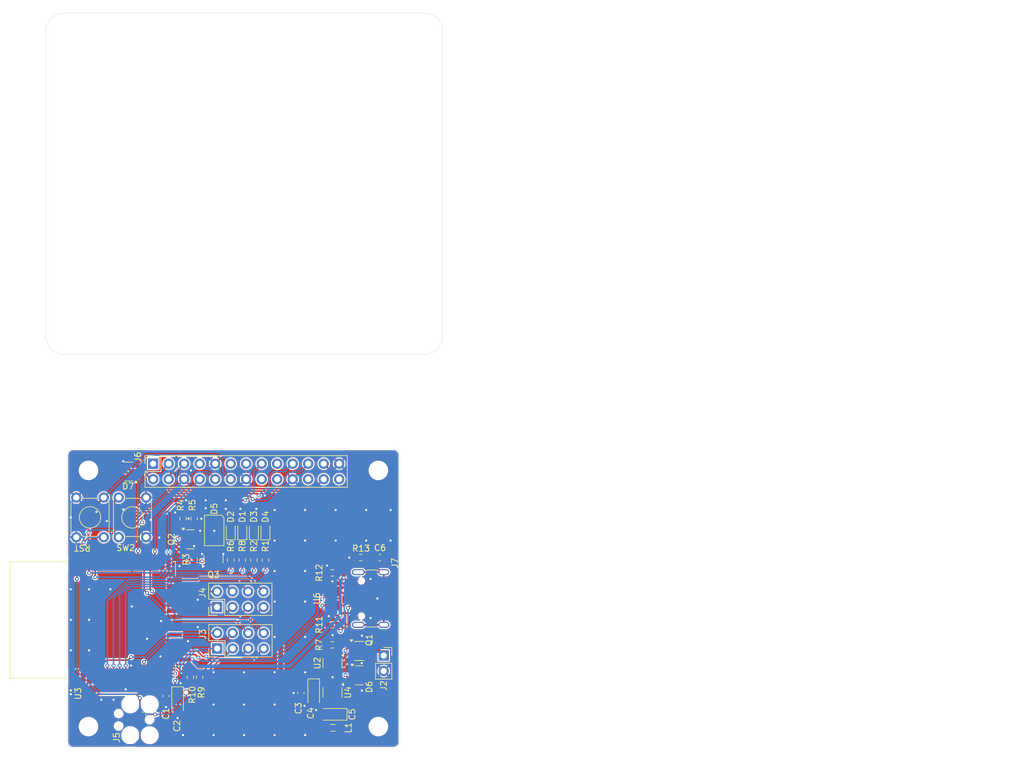
<source format=kicad_pcb>
(kicad_pcb (version 20241229) (generator "pcbnew") (generator_version "9.0")
  (layers (0 "F.Cu" signal) (2 "B.Cu" signal) (13 "F.Paste" user) (15 "B.Paste" user) (5 "F.SilkS" user "F.Silkscreen") (7 "B.SilkS" user "B.Silkscreen") (1 "F.Mask" user) (3 "B.Mask" user) (25 "Edge.Cuts" user))
  (net 0 "")
  (net 1 "/SWCLK")
  (net 2 "+3V3")
  (net 3 "GND")
  (net 4 "/SWDIO")
  (net 5 "/RESET")
  (net 6 "/IO_13")
  (net 7 "/SOC_D+")
  (net 8 "/SCL_RPI")
  (net 9 "/DW_GP0")
  (net 10 "/TX_LED")
  (net 11 "/IO_28")
  (net 12 "/SPI_MISO")
  (net 13 "/RX_LED")
  (net 14 "/SOC_D-")
  (net 15 "/IO_25")
  (net 16 "/SCL")
  (net 17 "/IO_RPI")
  (net 18 "/DW_GP1")
  (net 19 "/IO_29")
  (net 20 "/IO_16")
  (net 21 "/SDA")
  (net 22 "/DW_GP5")
  (net 23 "/DW_GP6")
  (net 24 "/SDA_RPI")
  (net 25 "/TXD")
  (net 26 "SOC_VBUS")
  (net 27 "/CS_RPI")
  (net 28 "/SPI_MOSI")
  (net 29 "/IO_6")
  (net 30 "/IO_24")
  (net 31 "/SPI_CLK")
  (net 32 "/IO_26")
  (net 33 "/IO_27")
  (net 34 "/IO_17")
  (net 35 "/RXD")
  (net 36 "Net-(D1-K)")
  (net 37 "Net-(D2-K)")
  (net 38 "Net-(D3-K)")
  (net 39 "Net-(D4-K)")
  (net 41 "V_BATT")
  (net 42 "/SW2")
  (net 43 "Net-(Q1-S)")
  (net 44 "Net-(J7-SHIELD)")
  (net 45 "Net-(D5-K2)")
  (net 46 "Net-(D5-A1)")
  (net 47 "Net-(D5-A2)")
  (net 48 "Net-(D5-K1)")
  (net 60 "Net-(J7-D--PadA7)")
  (net 61 "Net-(J7-D+-PadA6)")
  (net 62 "Net-(J7-CC2)")
  (net 63 "Net-(J7-CC1)")
  (net 64 "Net-(U4-Lx)")
  (net 65 "Net-(U3-P0.04)")
  (net 66 "Net-(U3-P0.05)")
  (net 67 "Net-(U3-P0.14)")
  (net 68 "Net-(U3-P0.22)")
  (footprint "Capacitor_Tantalum_SMD:CP_EIA-3216-18_Kemet-A" (layer "F.Cu") (at 150.4 138 -90)
    (property "Reference" "C4")
    (property "Value" "10u")
  )
  (footprint "Button_Switch_THT:SW_TH_Tactile_Omron_B3F-106x" (layer "F.Cu") (at 111.5 112.45 90)
    (property "Reference" "SW1" (hide yes))
    (property "Value" "SW_Push")
  )
  (footprint "Package_TO_SOT_SMD:SOT-23-5" (layer "F.Cu") (at 153.475 137.9 -90)
    (property "Reference" "U4")
    (property "Value" "XC9285B33CMR-G")
  )
  (footprint "Resistor_SMD:R_0603_1608Metric" (layer "F.Cu") (at 140.6 116.2 -90)
    (property "Reference" "R2")
    (property "Value" "1k8")
  )
  (footprint "Resistor_SMD:R_0603_1608Metric" (layer "F.Cu") (at 142.5 116.2 -90)
    (property "Reference" "R1")
    (property "Value" "1k8")
  )
  (footprint "LED_SMD:LED_0603_1608Metric" (layer "F.Cu") (at 138.7 111.4 90)
    (property "Reference" "D1")
    (property "Value" "R")
  )
  (footprint "Connector:Tag-Connect_TC2030-IDC-FP_2x03_P1.27mm_Vertical" (layer "F.Cu") (at 120.98 142.385 180)
    (property "Reference" "J5")
    (property "Value" "Conn_SWD")
  )
  (footprint "Package_TO_SOT_SMD:SOT-23" (layer "F.Cu") (at 130.2 112.8)
    (property "Reference" "Q2")
    (property "Value" "BSS138")
  )
  (footprint "Capacitor_Tantalum_SMD:CP_EIA-3216-18_Kemet-A" (layer "F.Cu") (at 128.1 139.3 -90)
    (property "Reference" "C2")
    (property "Value" "10u")
  )
  (footprint "Inductor_SMD:L_0805_2012Metric" (layer "F.Cu") (at 153.5625 143.7 180)
    (property "Reference" "L1")
    (property "Value" "2.2u")
  )
  (footprint "Capacitor_SMD:C_0603_1608Metric" (layer "F.Cu") (at 126.2 138.5 -90)
    (property "Reference" "C1")
    (property "Value" "100n")
  )
  (footprint "Connector_PinSocket_2.54mm:PinSocket_1x02_P2.54mm_Vertical" (layer "F.Cu") (at 161.875 131.85)
    (property "Reference" "J2")
    (property "Value" "Conn_BATT")
  )
  (footprint "Resistor_SMD:R_0603_1608Metric" (layer "F.Cu") (at 130.8 116.1 90)
    (property "Reference" "R3")
    (property "Value" "150R")
  )
  (footprint "Package_TO_SOT_SMD:SOT-23" (layer "F.Cu") (at 134 116.0375 90)
    (property "Reference" "Q3")
    (property "Value" "BSS138")
  )
  (footprint "Resistor_SMD:R_0603_1608Metric" (layer "F.Cu") (at 130.8 109.4 -90)
    (property "Reference" "R5")
    (property "Value" "220R")
  )
  (footprint "Package_TO_SOT_SMD:SOT-23-3" (layer "F.Cu") (at 157.875 131.1)
    (property "Reference" "Q1")
    (property "Value" "BSS341")
  )
  (footprint "MountingHole:MountingHole_3.2mm_M3_ISO14580_Pad_TopBottom" (layer "F.Cu") (at 113.5 101.5 90)
    (property "Reference" "H2" (hide yes))
    (property "Value" "MountingHole_Pad")
  )
  (footprint "Connector_PinHeader_2.54mm:PinHeader_2x04_P2.54mm_Vertical" (layer "F.Cu") (at 134.56 123.9 90)
    (property "Reference" "J4")
    (property "Value" "Conn_IO1")
  )
  (footprint "Button_Switch_THT:SW_TH_Tactile_Omron_B3F-106x" (layer "F.Cu") (at 122.95 105.95 -90)
    (property "Reference" "SW2")
    (property "Value" "SW_Push")
  )
  (footprint "Connector_PinHeader_2.54mm:PinHeader_2x04_P2.54mm_Vertical" (layer "F.Cu") (at 134.59 130.7 90)
    (property "Reference" "J3")
    (property "Value" "Conn_IO2")
  )
  (footprint "Connector_PinSocket_2.54mm:PinSocket_2x13_P2.54mm_Vertical" (layer "F.Cu") (at 124.1 100.4 90)
    (property "Reference" "J6")
    (property "Value" "Conn_RPI")
  )
  (footprint "LED_SMD:LED_0603_1608Metric" (layer "F.Cu") (at 142.5 111.4 90)
    (property "Reference" "D4")
    (property "Value" "G")
  )
  (footprint "Capacitor_Tantalum_SMD:CP_EIA-3216-18_Kemet-A" (layer "F.Cu") (at 153.54 141.5 180)
    (property "Reference" "C5")
    (property "Value" "10u")
  )
  (footprint "Package_TO_SOT_SMD:SOT-23" (layer "F.Cu") (at 157.875 135.1)
    (property "Reference" "D6")
    (property "Value" "PESD5V2S2UT")
  )
  (footprint "Resistor_SMD:R_0603_1608Metric" (layer "F.Cu") (at 129 109.4 -90)
    (property "Reference" "R4")
    (property "Value" "330R")
  )
  (footprint "Package_TO_SOT_SMD:SOT-23-5" (layer "F.Cu") (at 153.475 133.1 -90)
    (property "Reference" "U2")
    (property "Value" "MAX40203AUK+T")
  )
  (footprint "Connector_USB:USB_C_Receptacle_GCT_USB4105-xx-A_16P_TopMnt_Horizontal" (layer "F.Cu") (at 160.815 122.5 90)
    (property "Reference" "J7")
    (property "Value" "USB_C_Receptacle_USB2.0_14P")
  )
  (footprint "Resistor_SMD:R_0603_1608Metric" (layer "F.Cu") (at 153.475 118.3 180)
    (property "Reference" "R12")
    (property "Value" "5k1")
  )
  (footprint "Capacitor_SMD:C_0603_1608Metric" (layer "F.Cu") (at 148.3 138 -90)
    (property "Reference" "C3")
    (property "Value" "100n")
  )
  (footprint "Resistor_SMD:R_0603_1608Metric" (layer "F.Cu") (at 136.8 116.2 -90)
    (property "Reference" "R6")
    (property "Value" "1k8")
  )
  (footprint "Package_TO_SOT_SMD:SOT-23" (layer "F.Cu") (at 120.1 101.7 180)
    (property "Reference" "D7")
    (property "Value" "PESD5V2S2UT")
  )
  (footprint "LED_SMD:LED_0603_1608Metric" (layer "F.Cu") (at 140.6 111.4 90)
    (property "Reference" "D3")
    (property "Value" "B")
  )
  (footprint "Package_TO_SOT_SMD:SC-74-6_1.55x2.9mm_P0.95mm" (layer "F.Cu") (at 153.475 122.5 -90)
    (property "Reference" "U6")
    (property "Value" "IP4234CZ6")
  )
  (footprint "Resistor_SMD:R_0603_1608Metric" (layer "F.Cu") (at 153.475 130.1 180)
    (property "Reference" "R7")
    (property "Value" "100k")
  )
  (footprint "Resistor_SMD:R_0603_1608Metric" (layer "F.Cu") (at 131.7 135.425 -90)
    (property "Reference" "R9")
    (property "Value" "4k7")
  )
  (footprint "Resistor_SMD:R_0603_1608Metric" (layer "F.Cu") (at 130.2 135.425 -90)
    (property "Reference" "R10")
    (property "Value" "4k7")
  )
  (footprint "Capacitor_SMD:C_0603_1608Metric" (layer "F.Cu") (at 161.225 115.8)
    (property "Reference" "C6")
    (property "Value" "100n")
  )
  (footprint "MountingHole:MountingHole_3.2mm_M3_ISO14580_Pad_TopBottom" (layer "F.Cu") (at 113.5 143.5 90)
    (property "Reference" "H1" (hide yes))
    (property "Value" "MountingHole_Pad")
  )
  (footprint "Resistor_SMD:R_0603_1608Metric" (layer "F.Cu") (at 158.125 115.8 180)
    (property "Reference" "R13")
    (property "Value" "10k")
  )
  (footprint "LED_Dual:LED_Dual_OSRAM-PLCC4_3.2x2.8mm" (layer "F.Cu") (at 134.1 111.3375 -90)
    (property "Reference" "D5")
    (property "Value" "LSG T676")
  )
  (footprint "MountingHole:MountingHole_3.2mm_M3_ISO14580_Pad_TopBottom" (layer "F.Cu") (at 161 143.5 90)
    (property "Reference" "H3" (hide yes))
    (property "Value" "MountingHole_Pad")
  )
  (footprint "UWBkit:DWM3001C" (layer "F.Cu") (at 114.21 126 90)
    (property "Reference" "U3")
    (property "Value" "DWM3001C")
  )
  (footprint "MountingHole:MountingHole_3.2mm_M3_ISO14580_Pad_TopBottom" (layer "F.Cu") (at 161 101.5 90)
    (property "Reference" "H4" (hide yes))
    (property "Value" "MountingHole_Pad")
  )
  (footprint "Resistor_SMD:R_0603_1608Metric" (layer "F.Cu") (at 138.7 116.2 -90)
    (property "Reference" "R8")
    (property "Value" "1k8")
  )
  (footprint "Resistor_SMD:R_0603_1608Metric" (layer "F.Cu") (at 153.475 126.8 180)
    (property "Reference" "R11")
    (property "Value" "5k1")
  )
  (footprint "LED_SMD:LED_0603_1608Metric" (layer "F.Cu") (at 136.81 111.4 90)
    (property "Reference" "D2")
    (property "Value" "R")
  )
  (gr_line (start 163.5 147) (end 111 147) (stroke (width 0.05)) (layer "Edge.Cuts"))
  (gr_line (start 109.5 26.5) (end 168.5 26.5) (stroke (width 0.05)) (layer "Edge.Cuts"))
  (gr_line (start 164.5 99) (end 164.5 146) (stroke (width 0.05)) (layer "Edge.Cuts"))
  (gr_arc (start 111 147) (mid 110.292893 146.707107) (end 110 146) (stroke (width 0.05)) (layer "Edge.Cuts"))
  (gr_line (start 110 146) (end 110 99) (stroke (width 0.05)) (layer "Edge.Cuts"))
  (gr_arc (start 109.5 82.5) (mid 107.37868 81.62132) (end 106.5 79.5) (stroke (width 0.05)) (layer "Edge.Cuts"))
  (gr_arc (start 164.5 146) (mid 164.207107 146.707107) (end 163.5 147) (stroke (width 0.05)) (layer "Edge.Cuts"))
  (gr_line (start 168.5 82.5) (end 109.5 82.5) (stroke (width 0.05)) (layer "Edge.Cuts"))
  (gr_arc (start 106.5 29.5) (mid 107.37868 27.37868) (end 109.5 26.5) (stroke (width 0.05)) (layer "Edge.Cuts"))
  (gr_arc (start 168.5 26.5) (mid 170.62132 27.37868) (end 171.5 29.5) (stroke (width 0.05)) (layer "Edge.Cuts"))
  (gr_line (start 111 98) (end 163.5 98) (stroke (width 0.05)) (layer "Edge.Cuts"))
  (gr_line (start 106.5 79.5) (end 106.5 29.5) (stroke (width 0.05)) (layer "Edge.Cuts"))
  (gr_arc (start 163.5 98) (mid 164.207107 98.292893) (end 164.5 99) (stroke (width 0.05)) (layer "Edge.Cuts"))
  (gr_line (start 171.5 29.5) (end 171.5 79.5) (stroke (width 0.05)) (layer "Edge.Cuts"))
  (gr_arc (start 171.5 79.5) (mid 170.62132 81.62132) (end 168.5 82.5) (stroke (width 0.05)) (layer "Edge.Cuts"))
  (gr_arc (start 110 99) (mid 110.292893 98.292893) (end 111 98) (stroke (width 0.05)) (layer "Edge.Cuts"))
  (gr_text "RST" (at 112.5 114.2 180) (layer "F.SilkS") (effects (font (size 1 1))))
  (segment (start 117.2 144.4) (end 119.29245 146.49245) (width 0.25) (layer "F.Cu") (net 1))
  (segment (start 111.859364 136.759364) (end 117.2 142.1) (width 0.25) (layer "F.Cu") (net 1))
  (segment (start 119.29245 146.49245) (end 120.994259 146.49245) (width 0.25) (layer "F.Cu") (net 1))
  (segment (start 121.91245 145.574259) (end 121.91245 143.95245) (width 0.25) (layer "F.Cu") (net 1))
  (segment (start 111.859364 135.609364) (end 111.859364 136.759364) (width 0.25) (layer "F.Cu") (net 1))
  (segment (start 121.91245 143.95245) (end 120.98 143.02) (width 0.25) (layer "F.Cu") (net 1))
  (segment (start 111.61 135.36) (end 111.859364 135.609364) (width 0.25) (layer "F.Cu") (net 1))
  (segment (start 120.994259 146.49245) (end 121.91245 145.574259) (width 0.25) (layer "F.Cu") (net 1))
  (segment (start 117.2 142.1) (end 117.2 144.4) (width 0.25) (layer "F.Cu") (net 1))
  (segment (start 150.8 143.7) (end 152.5 143.7) (width 0.8) (layer "F.Cu") (net 2))
  (segment (start 124.396702 141.503298) (end 122.496702 141.503298) (width 0.25) (layer "F.Cu") (net 2))
  (segment (start 152.55 139.35) (end 152.55 139.0375) (width 0.3) (layer "F.Cu") (net 2))
  (segment (start 135.4895 108.575) (end 130.8 108.575) (width 0.4) (layer "F.Cu") (net 2))
  (segment (start 138.7 110.6125) (end 140.6 110.6125) (width 0.8) (layer "F.Cu") (net 2))
  (segment (start 125 137.4) (end 121.848 137.4) (width 0.8) (layer "F.Cu") (net 2))
  (segment (start 136.81 110.6125) (end 138.7 110.6125) (width 0.8) (layer "F.Cu") (net 2))
  (segment (start 142.893778 110.6125) (end 145 112.718722) (width 0.8) (layer "F.Cu") (net 2))
  (segment (start 136.81 109.8955) (end 135.4895 108.575) (width 0.4) (layer "F.Cu") (net 2))
  (segment (start 125.325 137.725) (end 125 137.4) (width 0.8) (layer "F.Cu") (net 2))
  (segment (start 121.848 137.4) (end 121.61 137.162) (width 0.8) (layer "F.Cu") (net 2))
  (segment (start 128.1475 137.9) (end 128.1 137.9475) (width 0.8) (layer "F.Cu") (net 2))
  (segment (start 131.7 136.25) (end 130.2 136.25) (width 0.25) (layer "F.Cu") (net 2))
  (segment (start 126.075 137.6) (end 126.2 137.725) (width 0.6) (layer "F.Cu") (net 2))
  (segment (start 121.61 137.162) (end 121.61 135.36) (width 0.8) (layer "F.Cu") (net 2))
  (segment (start 154.65 141.5) (end 154.8925 141.5) (width 0.6) (layer "F.Cu") (net 2))
  (segment (start 129.5 137.9) (end 145 137.9) (width 0.8) (layer "F.Cu") (net 2))
  (segment (start 127.394 110.181) (end 127.394 113.519) (width 0.4) (layer "F.Cu") (net 2))
  (segment (start 152.525 139.0375) (end 152.525 139.375) (width 0.6) (layer "F.Cu") (net 2))
  (segment (start 129 108.575) (end 130.8 108.575) (width 0.4) (layer "F.Cu") (net 2))
  (segment (start 130.2 136.25) (end 130.2 137.2) (width 0.3) (layer "F.Cu") (net 2))
  (segment (start 127.394 113.519) (end 130.8 116.925) (width 0.4) (layer "F.Cu") (net 2))
  (segment (start 122.496702 141.503298) (end 122.25 141.75) (width 0.25) (layer "F.Cu") (net 2))
  (segment (start 124.4 141.5) (end 124.396702 141.503298) (width 0.25) (layer "F.Cu") (net 2))
  (segment (start 152.55 139.45) (end 152.55 139.0375) (width 0.3) (layer "F.Cu") (net 2))
  (segment (start 126.2 137.725) (end 125.325 137.725) (width 0.8) (layer "F.Cu") (net 2))
  (segment (start 126.225 137.7) (end 126.2 137.725) (width 0.8) (layer "F.Cu") (net 2))
  (segment (start 152.454368 139.133132) (end 152.55 139.0375) (width 0.4) (layer "F.Cu") (net 2))
  (segment (start 145 112.718722) (end 145 137.9) (width 0.8) (layer "F.Cu") (net 2))
  (segment (start 127.8525 137.7) (end 126.225 137.7) (width 0.8) (layer "F.Cu") (net 2))
  (segment (start 152.5 143.7) (end 152.55 143.7) (width 0.8) (layer "F.Cu") (net 2))
  (segment (start 152.525 139.375) (end 154.65 141.5) (width 0.6) (layer "F.Cu") (net 2))
  (segment (start 152.55 143.7) (end 154.75 141.5) (width 0.8) (layer "F.Cu") (net 2))
  (segment (start 136.81 110.6125) (end 136.81 109.8955) (width 0.4) (layer "F.Cu") (net 2))
  (segment (start 130.2 137.2) (end 129.5 137.9) (width 0.3) (layer "F.Cu") (net 2))
  (segment (start 154.75 141.5) (end 154.8925 141.5) (width 0.8) (layer "F.Cu") (net 2))
  (segment (start 145 137.9) (end 150.8 143.7) (width 0.8) (layer "F.Cu") (net 2))
  (segment (start 128.1 137.9475) (end 127.8525 137.7) (width 0.8) (layer "F.Cu") (net 2))
  (segment (start 142.5 110.6125) (end 142.893778 110.6125) (width 0.8) (layer "F.Cu") (net 2))
  (segment (start 129 108.575) (end 127.394 110.181) (width 0.4) (layer "F.Cu") (net 2))
  (segment (start 129.5 137.9) (end 128.1475 137.9) (width 0.8) (layer "F.Cu") (net 2))
  (segment (start 142.5 110.6125) (end 140.6 110.6125) (width 0.8) (layer "F.Cu") (net 2))
  (via (at 124.4 141.5) (size 0.65) (drill 0.35) (layers "F.Cu" "B.Cu") (net 2))
  (via (at 129.5 137.9) (size 1) (drill 0.7) (layers "F.Cu" "B.Cu") (net 2))
  (segment (start 129.5 138.6) (end 129.5 137.9) (width 0.25) (layer "B.Cu") (net 2))
  (segment (start 126.596702 141.503298) (end 129.5 138.6) (width 0.25) (layer "B.Cu") (net 2))
  (segment (start 124.4 141.5) (end 124.403298 141.503298) (width 0.25) (layer "B.Cu") (net 2))
  (segment (start 124.403298 141.503298) (end 126.596702 141.503298) (width 0.25) (layer "B.Cu") (net 2))
  (via (at 110.6 109.2) (size 0.65) (drill 0.35) (layers "F.Cu" "B.Cu") (net 3))
  (via (at 139 134.6) (size 0.65) (drill 0.35) (layers "F.Cu" "B.Cu") (net 3))
  (via (at 125.1 112.5) (size 0.65) (drill 0.35) (layers "F.Cu" "B.Cu") (net 3))
  (via (at 131.8 111.4) (size 0.65) (drill 0.35) (layers "F.Cu" "B.Cu") (net 3))
  (via (at 159 108) (size 0.65) (drill 0.35) (layers "F.Cu" "B.Cu") (net 3))
  (via (at 120.5 133.5) (size 0.65) (drill 0.35) (layers "F.Cu" "B.Cu") (net 3))
  (via (at 125.4 126.2) (size 0.65) (drill 0.35) (layers "F.Cu" "B.Cu") (net 3))
  (via (at 159.725 119.3) (size 0.65) (drill 0.35) (layers "F.Cu" "B.Cu") (net 3))
  (via (at 144 118) (size 0.65) (drill 0.35) (layers "F.Cu" "B.Cu") (net 3))
  (via (at 131.4 127.2) (size 0.65) (drill 0.35) (layers "F.Cu" "B.Cu") (net 3))
  (via (at 129.5 106.4) (size 0.65) (drill 0.35) (layers "F.Cu" "B.Cu") (net 3))
  (via (at 129.9 109.4) (size 0.65) (drill 0.35) (layers "F.Cu" "B.Cu") (net 3))
  (via (at 139 139.9) (size 0.65) (drill 0.35) (layers "F.Cu" "B.Cu") (net 3))
  (via (at 132.7 106.4) (size 0.65) (drill 0.35) (layers "F.Cu" "B.Cu") (net 3))
  (via (at 153.475 119.7) (size 0.65) (drill 0.35) (layers "F.Cu" "B.Cu") (net 3))
  (via (at 119.2 100) (size 0.65) (drill 0.35) (layers "F.Cu" "B.Cu") (net 3))
  (via (at 149 144.9) (size 0.65) (drill 0.35) (layers "F.Cu" "B.Cu") (net 3))
  (via (at 136 107.8) (size 0.65) (drill 0.35) (layers "F.Cu" "B.Cu") (net 3))
  (via (at 125.3 132) (size 0.65) (drill 0.35) (layers "F.Cu" "B.Cu") (net 3))
  (via (at 123.1 129.1) (size 0.65) (drill 0.35) (layers "F.Cu" "B.Cu") (net 3))
  (via (at 126.2 140.3) (size 0.65) (drill 0.35) (layers "F.Cu" "B.Cu") (net 3))
  (via (at 129 144.9) (size 0.65) (drill 0.35) (layers "F.Cu" "B.Cu") (net 3))
  (via (at 119.2 107.9) (size 0.65) (drill 0.35) (layers "F.Cu" "B.Cu") (net 3))
  (via (at 139 144.9) (size 0.65) (drill 0.35) (layers "F.Cu" "B.Cu") (net 3))
  (via (at 128.1 142.1) (size 0.65) (drill 0.35) (layers "F.Cu" "B.Cu") (net 3))
  (via (at 144 144.9) (size 0.65) (drill 0.35) (layers "F.Cu" "B.Cu") (net 3))
  (via (at 132.7 107.7) (size 0.65) (drill 0.35) (layers "F.Cu" "B.Cu") (net 3))
  (via (at 163 108) (size 0.65) (drill 0.35) (layers "F.Cu" "B.Cu") (net 3))
  (via (at 144 128.8) (size 0.65) (drill 0.35) (layers "F.Cu" "B.Cu") (net 3))
  (via (at 144 134.6) (size 0.65) (drill 0.35) (layers "F.Cu" "B.Cu") (net 3))
  (via (at 144 113) (size 0.65) (drill 0.35) (layers "F.Cu" "B.Cu") (net 3))
  (via (at 119.6 137.4) (size 0.65) (drill 0.35) (layers "F.Cu" "B.Cu") (net 3))
  (via (at 144 123) (size 0.65) (drill 0.35) (layers "F.Cu" "B.Cu") (net 3))
  (via (at 134 144.9) (size 0.65) (drill 0.35) (layers "F.Cu" "B.Cu") (net 3))
  (via (at 134 139.9) (size 0.65) (drill 0.35) (layers "F.Cu" "B.Cu") (net 3))
  (via (at 131.4 122.7) (size 0.65) (drill 0.35) (layers "F.Cu" "B.Cu") (net 3))
  (via (at 160.825 122.5) (size 0.65) (drill 0.35) (layers "F.Cu" "B.Cu") (net 3))
  (via (at 134.1 111.4) (size 0.65) (drill 0.35) (layers "F.Cu" "B.Cu") (net 3))
  (via (at 136 106.4) (size 0.65) (drill 0.35) (layers "F.Cu" "B.Cu") (net 3))
  (via (at 127.7 108.4) (size 0.65) (drill 0.35) (layers "F.Cu" "B.Cu") (net 3))
  (via (at 113.6 121) (size 0.65) (drill 0.35) (layers "F.Cu" "B.Cu") (net 3))
  (via (at 132 109.4) (size 0.65) (drill 0.35) (layers "F.Cu" "B.Cu") (net 3))
  (via (at 114.8 108.3) (size 0.65) (drill 0.35) (layers "F.Cu" "B.Cu") (net 3))
  (via (at 130.8 113.9) (size 0.65) (drill 0.35) (layers "F.Cu" "B.Cu") (net 3))
  (via (at 113.6 126) (size 0.65) (drill 0.35) (layers "F.Cu" "B.Cu") (net 3))
  (via (at 128.4 117.2) (size 0.65) (drill 0.35) (layers "F.Cu" "B.Cu") (net 3))
  (via (at 153.5 135.4) (size 0.65) (drill 0.35) (layers "F.Cu" "B.Cu") (net 3))
  (via (at 130.3 101.5) (size 0.65) (drill 0.35) (layers "F.Cu" "B.Cu") (net 3))
  (via (at 138.4 107.8) (size 0.65) (drill 0.35) (layers "F.Cu" "B.Cu") (net 3))
  (via (at 154 108) (size 0.65) (drill 0.35) (layers "F.Cu" "B.Cu") (net 3))
  (via (at 149 108) (size 0.65) (drill 0.35) (layers "F.Cu" "B.Cu") (net 3))
  (via (at 134 134.6) (size 0.65) (drill 0.35) (layers "F.Cu" "B.Cu") (net 3))
  (via (at 144 139.9) (size 0.65) (drill 0.35) (layers "F.Cu" "B.Cu") (net 3))
  (via (at 149 123) (size 0.65) (drill 0.35) (layers "F.Cu" "B.Cu") (net 3))
  (via (at 149 128.8) (size 0.65) (drill 0.35) (layers "F.Cu" "B.Cu") (net 3))
  (via (at 158.3 128.6) (size 0.65) (drill 0.35) (layers "F.Cu" "B.Cu") (net 3))
  (via (at 110.6 121) (size 0.65) (drill 0.35) (layers "F.Cu" "B.Cu") (net 3))
  (via (at 158.3 137.6) (size 0.65) (drill 0.35) (layers "F.Cu" "B.Cu") (net 3))
  (via (at 156.225 115.8) (size 0.65) (drill 0.35) (layers "F.Cu" "B.Cu") (net 3))
  (via (at 129.8 129.5) (size 0.65) (drill 0.35) (layers "F.Cu" "B.Cu") (net 3))
  (via (at 153.5 128.5) (size 0.65) (drill 0.35) (layers "F.Cu" "B.Cu") (net 3))
  (via (at 142.4 105.6) (size 0.65) (drill 0.35) (layers "F.Cu" "B.Cu") (net 3))
  (via (at 158.275 133.1) (size 0.65) (drill 0.35) (layers "F.Cu" "B.Cu") (net 3))
  (via (at 150.8 140.8) (size 0.65) (drill 0.35) (layers "F.Cu" "B.Cu") (net 3))
  (via (at 152.6 117.1) (size 0.65) (drill 0.35) (layers "F.Cu" "B.Cu") (net 3))
  (via (at 147.1 138) (size 0.65) (drill 0.35) (layers "F.Cu" "B.Cu") (net 3))
  (via (at 149 113) (size 0.65) (drill 0.35) (layers "F.Cu" "B.Cu") (net 3))
  (via (at 163 113) (size 0.65) (drill 0.35) (layers "F.Cu" "B.Cu") (net 3))
  (via (at 149 118) (size 0.65) (drill 0.35) (layers "F.Cu" "B.Cu") (net 3))
  (via (at 159.725 125.7) (size 0.65) (drill 0.35) (layers "F.Cu" "B.Cu") (net 3))
  (via (at 110.6 138.2) (size 0.65) (drill 0.35) (layers "F.Cu" "B.Cu") (net 3))
  (via (at 149 134.6) (size 0.65) (drill 0.35) (layers "F.Cu" "B.Cu") (net 3))
  (via (at 141 107.8) (size 0.65) (drill 0.35) (layers "F.Cu" "B.Cu") (net 3))
  (via (at 159 113) (size 0.65) (drill 0.35) (layers "F.Cu" "B.Cu") (net 3))
  (via (at 113.6 131) (size 0.65) (drill 0.35) (layers "F.Cu" "B.Cu") (net 3))
  (via (at 128.6 136.4) (size 0.65) (drill 0.35) (layers "F.Cu" "B.Cu") (net 3))
  (via (at 120.6 123.8) (size 0.65) (drill 0.35) (layers "F.Cu" "B.Cu") (net 3))
  (via (at 116.5 109.8) (size 0.65) (drill 0.35) (layers "F.Cu" "B.Cu") (net 3))
  (via (at 152.875 125.4) (size 0.65) (drill 0.35) (layers "F.Cu" "B.Cu") (net 3))
  (via (at 117.1 121) (size 0.65) (drill 0.35) (layers "F.Cu" "B.Cu") (net 3))
  (via (at 117.6 139.1) (size 0.65) (drill 0.35) (layers "F.Cu" "B.Cu") (net 3))
  (via (at 123.7 109.6) (size 0.65) (drill 0.35) (layers "F.Cu" "B.Cu") (net 3))
  (via (at 135.6 115.2) (size 0.65) (drill 0.35) (layers "F.Cu" "B.Cu") (net 3))
  (via (at 148.9 140.1) (size 0.65) (drill 0.35) (layers "F.Cu" "B.Cu") (net 3))
  (via (at 115.6 139.1) (size 0.65) (drill 0.35) (layers "F.Cu" "B.Cu") (net 3))
  (via (at 110.6 131) (size 0.65) (drill 0.35) (layers "F.Cu" "B.Cu") (net 3))
  (via (at 144 108) (size 0.65) (drill 0.35) (layers "F.Cu" "B.Cu") (net 3))
  (via (at 154 113) (size 0.65) (drill 0.35) (layers "F.Cu" "B.Cu") (net 3))
  (via (at 132.1 115.2) (size 0.65) (drill 0.35) (layers "F.Cu" "B.Cu") (net 3))
  (via (at 110.6 126) (size 0.65) (drill 0.35) (layers "F.Cu" "B.Cu") (net 3))
  (segment (start 122.589659 143.312016) (end 123.830845 143.312016) (width 0.25) (layer "F.Cu") (net 4))
  (segment (start 112.856799 136.756799) (end 112.856799 135.606799) (width 0.25) (layer "F.Cu") (net 4))
  (segment (start 124.393857 138.2) (end 114.3 138.2) (width 0.25) (layer "F.Cu") (net 4))
  (segment (start 114.3 138.2) (end 112.856799 136.756799) (width 0.25) (layer "F.Cu") (net 4))
  (segment (start 125.264836 139.070979) (end 124.393857 138.2) (width 0.25) (layer "F.Cu") (net 4))
  (segment (start 122.459652 143.182009) (end 122.589659 143.312016) (width 0.25) (layer "F.Cu") (net 4))
  (segment (start 125.264836 141.878025) (end 125.264836 139.070979) (width 0.25) (layer "F.Cu") (net 4))
  (segment (start 122.412009 143.182009) (end 122.459652 143.182009) (width 0.25) (layer "F.Cu") (net 4))
  (segment (start 122.25 143.02) (end 122.412009 143.182009) (width 0.25) (layer "F.Cu") (net 4))
  (segment (start 112.856799 135.606799) (end 112.61 135.36) (width 0.25) (layer "F.Cu") (net 4))
  (segment (start 123.830845 143.312016) (end 125.264836 141.878025) (width 0.25) (layer "F.Cu") (net 4))
  (segment (start 121.91245 140.83755) (end 121 141.75) (width 0.25) (layer "F.Cu") (net 5))
  (segment (start 111.61 119.29) (end 111.61 116.64) (width 0.25) (layer "F.Cu") (net 5))
  (segment (start 121 141.75) (end 120.98 141.75) (width 0.25) (layer "F.Cu") (net 5))
  (segment (start 121.91245 138.841062) (end 121.91245 140.83755) (width 0.25) (layer "F.Cu") (net 5))
  (segment (start 112.7 113.3) (end 112.7 109.25) (width 0.3) (layer "F.Cu") (net 5))
  (segment (start 112.7 113.3) (end 111.61 114.39) (width 0.3) (layer "F.Cu") (net 5))
  (segment (start 112.7 109.25) (end 116 105.95) (width 0.3) (layer "F.Cu") (net 5))
  (segment (start 111.6 119.3) (end 111.61 119.29) (width 0.25) (layer "F.Cu") (net 5))
  (segment (start 111.61 114.39) (end 111.61 116.64) (width 0.3) (layer "F.Cu") (net 5))
  (via (at 112.7 113.3) (size 0.65) (drill 0.35) (layers "F.Cu" "B.Cu") (net 5))
  (via (at 121.917005 138.836507) (size 0.65) (drill 0.35) (layers "F.Cu" "B.Cu") (net 5))
  (via (at 111.6 119.3) (size 0.65) (drill 0.35) (layers "F.Cu" "B.Cu") (net 5))
  (segment (start 134.576144 98.964586) (end 122.985414 98.964586) (width 0.25) (layer "B.Cu") (net 5))
  (segment (start 113.55 112.45) (end 116 112.45) (width 0.3) (layer "B.Cu") (net 5))
  (segment (start 121.280498 138.2) (end 115.4 138.2) (width 0.25) (layer "B.Cu") (net 5))
  (segment (start 112.7 113.3) (end 113.55 112.45) (width 0.3) (layer "B.Cu") (net 5))
  (segment (start 122.985414 98.964586) (end 116 105.95) (width 0.25) (layer "B.Cu") (net 5))
  (segment (start 135.5 99.888442) (end 134.576144 98.964586) (width 0.25) (layer "B.Cu") (net 5))
  (segment (start 111.6 134.4) (end 111.6 119.3) (width 0.25) (layer "B.Cu") (net 5))
  (segment (start 115.4 138.2) (end 111.6 134.4) (width 0.25) (layer "B.Cu") (net 5))
  (segment (start 135.5 101.64) (end 135.5 99.888442) (width 0.25) (layer "B.Cu") (net 5))
  (segment (start 136.8 102.94) (end 135.5 101.64) (width 0.25) (layer "B.Cu") (net 5))
  (segment (start 121.917005 138.836507) (end 121.280498 138.2) (width 0.25) (layer "B.Cu") (net 5))
  (segment (start 122.6 133.98) (end 122.61 133.99) (width 0.25) (layer "F.Cu") (net 6))
  (segment (start 122.61 133.99) (end 122.61 135.36) (width 0.25) (layer "F.Cu") (net 6))
  (segment (start 122.6 132.9) (end 122.6 133.98) (width 0.25) (layer "F.Cu") (net 6))
  (via (at 122.6 132.9) (size 0.65) (drill 0.35) (layers "F.Cu" "B.Cu") (net 6))
  (segment (start 126.8 128.7) (end 132.6 128.7) (width 0.25) (layer "B.Cu") (net 6))
  (segment (start 122.6 132.9) (end 126.8 128.7) (width 0.25) (layer "B.Cu") (net 6))
  (segment (start 135.89 129.4) (end 137.13 128.16) (width 0.25) (layer "B.Cu") (net 6))
  (segment (start 132.6 128.7) (end 133.3 129.4) (width 0.25) (layer "B.Cu") (net 6))
  (segment (start 133.3 129.4) (end 135.89 129.4) (width 0.25) (layer "B.Cu") (net 6))
  (segment (start 129.667 131.122) (end 129.045 130.5) (width 0.25) (layer "F.Cu") (net 7))
  (segment (start 152.525 121.85) (end 152.525 121.35) (width 0.25) (layer "F.Cu") (net 7))
  (segment (start 129.045 130.5) (end 127.57 130.5) (width 0.25) (layer "F.Cu") (net 7))
  (segment (start 131.322 131.122) (end 129.667 131.122) (width 0.25) (layer "F.Cu") (net 7))
  (segment (start 132.8 132) (end 132.2 132) (width 0.25) (layer "F.Cu") (net 7))
  (segment (start 132.2 132) (end 131.322 131.122) (width 0.25) (layer "F.Cu") (net 7))
  (segment (start 151.775 122.6) (end 152.525 121.85) (width 0.25) (layer "F.Cu") (net 7))
  (via (at 151.775 122.6) (size 0.65) (drill 0.35) (layers "F.Cu" "B.Cu") (net 7))
  (via (at 132.8 132) (size 0.65) (drill 0.35) (layers "F.Cu" "B.Cu") (net 7))
  (segment (start 143.7 132.4) (end 151.1 125) (width 0.25) (layer "B.Cu") (net 7))
  (segment (start 133.2 132.4) (end 143.7 132.4) (width 0.25) (layer "B.Cu") (net 7))
  (segment (start 151.1 123.275) (end 151.775 122.6) (width 0.25) (layer "B.Cu") (net 7))
  (segment (start 132.8 132) (end 133.2 132.4) (width 0.25) (layer "B.Cu") (net 7))
  (segment (start 151.1 125) (end 151.1 123.275) (width 0.25) (layer "B.Cu") (net 7))
  (segment (start 122.3 110) (end 121.3 111) (width 0.25) (layer "F.Cu") (net 8))
  (segment (start 121.3 112.9) (end 119.61 114.59) (width 0.25) (layer "F.Cu") (net 8))
  (segment (start 119.61 114.59) (end 119.61 116.64) (width 0.25) (layer "F.Cu") (net 8))
  (segment (start 121.3 111) (end 121.3 112.9) (width 0.25) (layer "F.Cu") (net 8))
  (via (at 122.3 110) (size 0.65) (drill 0.35) (layers "F.Cu" "B.Cu") (net 8))
  (segment (start 122.3 109.131116) (end 127.9 103.531116) (width 0.25) (layer "B.Cu") (net 8))
  (segment (start 127.9 103.531116) (end 127.9 101.68) (width 0.25) (layer "B.Cu") (net 8))
  (segment (start 122.3 110) (end 122.3 109.131116) (width 0.25) (layer "B.Cu") (net 8))
  (segment (start 127.9 101.68) (end 129.18 100.4) (width 0.25) (layer "B.Cu") (net 8))
  (segment (start 122.61 121.11) (end 122.61 116.64) (width 0.25) (layer "F.Cu") (net 9))
  (segment (start 123.1 121.6) (end 122.61 121.11) (width 0.25) (layer "F.Cu") (net 9))
  (via (at 123.1 121.6) (size 0.65) (drill 0.35) (layers "F.Cu" "B.Cu") (net 9))
  (segment (start 137.61 126.1) (end 139.67 128.16) (width 0.25) (layer "B.Cu") (net 9))
  (segment (start 127.6 126.1) (end 137.61 126.1) (width 0.25) (layer "B.Cu") (net 9))
  (segment (start 123.1 121.6) (end 127.6 126.1) (width 0.25) (layer "B.Cu") (net 9))
  (segment (start 114.61 119) (end 114.61 116.64) (width 0.25) (layer "F.Cu") (net 10))
  (segment (start 133 116.6) (end 133 116.925) (width 0.25) (layer "F.Cu") (net 10))
  (segment (start 132.1 116.4) (end 132.8 116.4) (width 0.25) (layer "F.Cu") (net 10))
  (segment (start 133 116.925) (end 133.05 116.975) (width 0.25) (layer "F.Cu") (net 10))
  (segment (start 132.8 116.4) (end 133 116.6) (width 0.25) (layer "F.Cu") (net 10))
  (via (at 132.1 116.4) (size 0.65) (drill 0.35) (layers "F.Cu" "B.Cu") (net 10))
  (via (at 114.61 119) (size 0.65) (drill 0.35) (layers "F.Cu" "B.Cu") (net 10))
  (segment (start 127.6 116.4) (end 125 119) (width 0.25) (layer "B.Cu") (net 10))
  (segment (start 125 119) (end 114.61 119) (width 0.25) (layer "B.Cu") (net 10))
  (segment (start 132.1 116.4) (end 127.6 116.4) (width 0.25) (layer "B.Cu") (net 10))
  (segment (start 130.2 122.5) (end 131.34 121.36) (width 0.25) (layer "F.Cu") (net 11))
  (segment (start 130.2 122.5) (end 127.57 122.5) (width 0.25) (layer "F.Cu") (net 11))
  (segment (start 131.34 121.36) (end 134.56 121.36) (width 0.25) (layer "F.Cu") (net 11))
  (segment (start 123.956573 108.278) (end 126.534572 105.7) (width 0.25) (layer "F.Cu") (net 12))
  (segment (start 123.946069 108.278) (end 123.956573 108.278) (width 0.25) (layer "F.Cu") (net 12))
  (segment (start 120.778 112.85426) (end 120.778 112.822) (width 0.25) (layer "F.Cu") (net 12))
  (segment (start 126.534572 105.7) (end 139.9 105.7) (width 0.25) (layer "F.Cu") (net 12))
  (segment (start 139.9 105.7) (end 140.4 106.2) (width 0.25) (layer "F.Cu") (net 12))
  (segment (start 118.61 116.64) (end 118.9 116.35) (width 0.25) (layer "F.Cu") (net 12))
  (segment (start 120.8 110.0406) (end 122.5406 108.3) (width 0.25) (layer "F.Cu") (net 12))
  (segment (start 122.5406 108.3) (end 123.924069 108.3) (width 0.25) (layer "F.Cu") (net 12))
  (segment (start 123.924069 108.3) (end 123.946069 108.278) (width 0.25) (layer "F.Cu") (net 12))
  (segment (start 120.8 112.8) (end 120.8 110.0406) (width 0.25) (layer "F.Cu") (net 12))
  (segment (start 118.9 116.35) (end 118.9 114.73226) (width 0.25) (layer "F.Cu") (net 12))
  (segment (start 118.9 114.73226) (end 120.778 112.85426) (width 0.25) (layer "F.Cu") (net 12))
  (segment (start 120.778 112.822) (end 120.8 112.8) (width 0.25) (layer "F.Cu") (net 12))
  (via (at 140.4 106.2) (size 0.65) (drill 0.35) (layers "F.Cu" "B.Cu") (net 12))
  (segment (start 145.7 102.536884) (end 145.7 103.323116) (width 0.25) (layer "B.Cu") (net 12))
  (segment (start 146.472884 101.764) (end 145.7 102.536884) (width 0.25) (layer "B.Cu") (net 12))
  (segment (start 148.136 101.764) (end 146.472884 101.764) (width 0.25) (layer "B.Cu") (net 12))
  (segment (start 149.5 100.4) (end 148.136 101.764) (width 0.25) (layer "B.Cu") (net 12))
  (segment (start 142.723116 106.3) (end 140.5 106.3) (width 0.25) (layer "B.Cu") (net 12))
  (segment (start 140.5 106.3) (end 140.4 106.2) (width 0.25) (layer "B.Cu") (net 12))
  (segment (start 145.7 103.323116) (end 142.723116 106.3) (width 0.25) (layer "B.Cu") (net 12))
  (segment (start 129.2625 111.85) (end 128.85 111.85) (width 0.25) (layer "F.Cu") (net 13))
  (segment (start 129.2625 111.95) (end 128.85 111.95) (width 0.25) (layer "F.Cu") (net 13))
  (segment (start 128.1 112.6) (end 128.1 112.7) (width 0.25) (layer "F.Cu") (net 13))
  (segment (start 128.85 111.85) (end 128.1 112.6) (width 0.25) (layer "F.Cu") (net 13))
  (segment (start 113.61 118.3) (end 113.61 116.64) (width 0.25) (layer "F.Cu") (net 13))
  (via (at 113.61 118.3) (size 0.65) (drill 0.35) (layers "F.Cu" "B.Cu") (net 13))
  (via (at 128.1 112.7) (size 0.65) (drill 0.35) (layers "F.Cu" "B.Cu") (net 13))
  (segment (start 128.1 115.3) (end 125.1 118.3) (width 0.25) (layer "B.Cu") (net 13))
  (segment (start 128.1 112.7) (end 128.1 115.3) (width 0.25) (layer "B.Cu") (net 13))
  (segment (start 125.1 118.3) (end 113.61 118.3) (width 0.25) (layer "B.Cu") (net 13))
  (segment (start 151.825 123.65) (end 151.827885 123.652885) (width 0.25) (layer "F.Cu") (net 14))
  (segment (start 152.522115 123.652885) (end 152.525 123.65) (width 0.25) (layer "F.Cu") (net 14))
  (segment (start 131 131.7) (end 127.77 131.7) (width 0.25) (layer "F.Cu") (net 14))
  (segment (start 127.77 131.7) (end 127.57 131.5) (width 0.25) (layer "F.Cu") (net 14))
  (segment (start 151.827885 123.652885) (end 152.522115 123.652885) (width 0.25) (layer "F.Cu") (net 14))
  (segment (start 131.5 132.2) (end 131 131.7) (width 0.25) (layer "F.Cu") (net 14))
  (via (at 131.5 132.2) (size 0.65) (drill 0.35) (layers "F.Cu" "B.Cu") (net 14))
  (via (at 151.825 123.65) (size 0.65) (drill 0.35) (layers "F.Cu" "B.Cu") (net 14))
  (segment (start 143.9 132.8) (end 151.825 124.875) (width 0.25) (layer "B.Cu") (net 14))
  (segment (start 132.1 132.8) (end 143.9 132.8) (width 0.25) (layer "B.Cu") (net 14))
  (segment (start 151.825 124.875) (end 151.825 123.65) (width 0.25) (layer "B.Cu") (net 14))
  (segment (start 131.5 132.2) (end 132.1 132.8) (width 0.25) (layer "B.Cu") (net 14))
  (segment (start 138.04 125.5) (end 127.57 125.5) (width 0.25) (layer "F.Cu") (net 15))
  (segment (start 139.64 123.9) (end 138.04 125.5) (width 0.25) (layer "F.Cu") (net 15))
  (segment (start 140.343442 132.566558) (end 142.21 130.7) (width 0.25) (layer "F.Cu") (net 16))
  (segment (start 128 133.7) (end 128.9 134.6) (width 0.25) (layer "F.Cu") (net 16))
  (segment (start 128 133.7) (end 125.202194 133.7) (width 0.25) (layer "F.Cu") (net 16))
  (segment (start 130.2 134.6) (end 131.025835 135.425835) (width 0.25) (layer "F.Cu") (net 16))
  (segment (start 135.033442 132.566558) (end 140.343442 132.566558) (width 0.25) (layer "F.Cu") (net 16))
  (segment (start 131.025835 135.425835) (end 132.174165 135.425835) (width 0.25) (layer "F.Cu") (net 16))
  (segment (start 128.9 134.6) (end 130.2 134.6) (width 0.25) (layer "F.Cu") (net 16))
  (segment (start 125.202194 133.7) (end 124.849784 134.05241) (width 0.25) (layer "F.Cu") (net 16))
  (segment (start 124.849784 134.05241) (end 124.849784 135.120216) (width 0.25) (layer "F.Cu") (net 16))
  (segment (start 124.849784 135.120216) (end 124.61 135.36) (width 0.25) (layer "F.Cu") (net 16))
  (segment (start 132.174165 135.425835) (end 135.033442 132.566558) (width 0.25) (layer "F.Cu") (net 16))
  (segment (start 139.2 106.4) (end 137.792369 106.4) (width 0.25) (layer "F.Cu") (net 17))
  (segment (start 125.855346 116.394654) (end 125.61 116.64) (width 0.25) (layer "F.Cu") (net 17))
  (segment (start 137.792369 106.4) (end 137.161369 107.031) (width 0.25) (layer "F.Cu") (net 17))
  (segment (start 137.161369 107.031) (end 127.624391 107.031) (width 0.25) (layer "F.Cu") (net 17))
  (segment (start 127.624391 107.031) (end 125.855346 108.800045) (width 0.25) (layer "F.Cu") (net 17))
  (segment (start 125.855346 108.800045) (end 125.855346 116.394654) (width 0.25) (layer "F.Cu") (net 17))
  (via (at 139.2 106.4) (size 0.65) (drill 0.35) (layers "F.Cu" "B.Cu") (net 17))
  (segment (start 139.2 106.4) (end 140.6 105) (width 0.25) (layer "B.Cu") (net 17))
  (segment (start 140.6 101.68) (end 141.88 100.4) (width 0.25) (layer "B.Cu") (net 17))
  (segment (start 140.6 105) (end 140.6 101.68) (width 0.25) (layer "B.Cu") (net 17))
  (segment (start 123.61 118.3) (end 123.61 116.64) (width 0.25) (layer "F.Cu") (net 18))
  (segment (start 123.61 121.01) (end 123.9 121.3) (width 0.25) (layer "F.Cu") (net 18))
  (segment (start 123.61 118.3) (end 123.61 121.01) (width 0.25) (layer "F.Cu") (net 18))
  (via (at 123.9 121.3) (size 0.65) (drill 0.35) (layers "F.Cu" "B.Cu") (net 18))
  (segment (start 123.9 121.3) (end 128.3 125.7) (width 0.25) (layer "B.Cu") (net 18))
  (segment (start 139.75 125.7) (end 142.21 128.16) (width 0.25) (layer "B.Cu") (net 18))
  (segment (start 128.3 125.7) (end 139.75 125.7) (width 0.25) (layer "B.Cu") (net 18))
  (segment (start 135.84 120.1) (end 137.1 121.36) (width 0.25) (layer "F.Cu") (net 19))
  (segment (start 130.6 121.5) (end 132 120.1) (width 0.25) (layer "F.Cu") (net 19))
  (segment (start 127.57 121.5) (end 130.6 121.5) (width 0.25) (layer "F.Cu") (net 19))
  (segment (start 132 120.1) (end 135.84 120.1) (width 0.25) (layer "F.Cu") (net 19))
  (segment (start 125.860136 136.677133) (end 125.860136 135.610136) (width 0.25) (layer "F.Cu") (net 20))
  (segment (start 126.094003 136.911) (end 125.860136 136.677133) (width 0.25) (layer "F.Cu") (net 20))
  (segment (start 127.311 136.911) (end 126.094003 136.911) (width 0.25) (layer "F.Cu") (net 20))
  (segment (start 125.860136 135.610136) (end 125.61 135.36) (width 0.25) (layer "F.Cu") (net 20))
  (segment (start 127.7 136.522) (end 127.311 136.911) (width 0.25) (layer "F.Cu") (net 20))
  (segment (start 127.7 136) (end 127.7 136.522) (width 0.25) (layer "F.Cu") (net 20))
  (via (at 127.7 136) (size 0.65) (drill 0.35) (layers "F.Cu" "B.Cu") (net 20))
  (segment (start 131 131.1) (end 132.819 131.1) (width 0.25) (layer "B.Cu") (net 20))
  (segment (start 135.954 131.876) (end 137.13 130.7) (width 0.25) (layer "B.Cu") (net 20))
  (segment (start 133.595 131.876) (end 135.954 131.876) (width 0.25) (layer "B.Cu") (net 20))
  (segment (start 127.7 136) (end 128.5 135.2) (width 0.25) (layer "B.Cu") (net 20))
  (segment (start 132.819 131.1) (end 133.595 131.876) (width 0.25) (layer "B.Cu") (net 20))
  (segment (start 128.5 135.2) (end 128.5 133.6) (width 0.25) (layer "B.Cu") (net 20))
  (segment (start 128.5 133.6) (end 131 131.1) (width 0.25) (layer "B.Cu") (net 20))
  (segment (start 131.7 134.6) (end 131.977695 134.322305) (width 0.25) (layer "F.Cu") (net 21))
  (segment (start 123.858622 135.111378) (end 123.61 135.36) (width 0.25) (layer "F.Cu") (net 21))
  (segment (start 131.7 134.6) (end 131.6 134.6) (width 0.25) (layer "F.Cu") (net 21))
  (segment (start 134.7 132) (end 138.37 132) (width 0.25) (layer "F.Cu") (net 21))
  (segment (start 130.3 133.3) (end 124.579667 133.3) (width 0.25) (layer "F.Cu") (net 21))
  (segment (start 123.858622 134.021045) (end 123.858622 135.111378) (width 0.25) (layer "F.Cu") (net 21))
  (segment (start 131.6 134.6) (end 130.3 133.3) (width 0.25) (layer "F.Cu") (net 21))
  (segment (start 124.579667 133.3) (end 123.858622 134.021045) (width 0.25) (layer "F.Cu") (net 21))
  (segment (start 138.37 132) (end 139.67 130.7) (width 0.25) (layer "F.Cu") (net 21))
  (segment (start 132.377695 134.322305) (end 134.7 132) (width 0.25) (layer "F.Cu") (net 21))
  (segment (start 131.977695 134.322305) (end 132.377695 134.322305) (width 0.25) (layer "F.Cu") (net 21))
  (segment (start 127.57 120.5) (end 131 120.5) (width 0.25) (layer "F.Cu") (net 22))
  (segment (start 131 120.5) (end 131.9 119.6) (width 0.25) (layer "F.Cu") (net 22))
  (segment (start 131.9 119.6) (end 137.88 119.6) (width 0.25) (layer "F.Cu") (net 22))
  (segment (start 137.88 119.6) (end 139.64 121.36) (width 0.25) (layer "F.Cu") (net 22))
  (segment (start 127.57 119.5) (end 131.4 119.5) (width 0.25) (layer "F.Cu") (net 23))
  (segment (start 139.92 119.1) (end 142.18 121.36) (width 0.25) (layer "F.Cu") (net 23))
  (segment (start 131.4 119.5) (end 131.8 119.1) (width 0.25) (layer "F.Cu") (net 23))
  (segment (start 131.8 119.1) (end 139.92 119.1) (width 0.25) (layer "F.Cu") (net 23))
  (segment (start 121.61 116.64) (end 121.678 116.572) (width 0.25) (layer "F.Cu") (net 24))
  (segment (start 121.61 116.64) (end 121.61 114.71) (width 0.25) (layer "F.Cu") (net 24))
  (segment (start 121.61 114.71) (end 121.6 114.7) (width 0.25) (layer "F.Cu") (net 24))
  (via (at 121.6 114.7) (size 0.65) (drill 0.35) (layers "F.Cu" "B.Cu") (net 24))
  (segment (start 123.6 101.7) (end 121.6 103.7) (width 0.25) (layer "B.Cu") (net 24))
  (segment (start 125.34 101.7) (end 123.6 101.7) (width 0.25) (layer "B.Cu") (net 24))
  (segment (start 126.64 100.4) (end 125.34 101.7) (width 0.25) (layer "B.Cu") (net 24))
  (segment (start 121.6 103.7) (end 121.6 114.7) (width 0.25) (layer "B.Cu") (net 24))
  (segment (start 126.61 114.89) (end 126.61 116.64) (width 0.25) (layer "F.Cu") (net 25))
  (via (at 126.61 114.89) (size 0.65) (drill 0.35) (layers "F.Cu" "B.Cu") (net 25))
  (segment (start 126.61 108.05) (end 131.72 102.94) (width 0.25) (layer "B.Cu") (net 25))
  (segment (start 126.61 114.89) (end 126.61 108.05) (width 0.25) (layer "B.Cu") (net 25))
  (segment (start 155.3 119.1) (end 156.3 120.1) (width 0.3) (layer "F.Cu") (net 26))
  (segment (start 130.5 132.5) (end 127.57 132.5) (width 0.6) (layer "F.Cu") (net 26))
  (segment (start 126.64 102.66) (end 126.64 102.94) (width 0.3) (layer "F.Cu") (net 26))
  (segment (start 155.625 135.05) (end 155.625 135.125) (width 0.3) (layer "F.Cu") (net 26))
  (segment (start 156.175 128.4) (end 156.7375 128.9625) (width 0.3) (layer "F.Cu") (net 26))
  (segment (start 152.676212 131.372577) (end 153.099789 130.949) (width 0.3) (layer "F.Cu") (net 26))
  (segment (start 155.625 135.125) (end 156.55 136.05) (width 0.3) (layer "F.Cu") (net 26))
  (segment (start 153.475 124.9) (end 153.875 125.3) (width 0.3) (layer "F.Cu") (net 26))
  (segment (start 157.1 100.8) (end 155.1 98.8) (width 0.6) (layer "F.Cu") (net 26))
  (segment (start 156 128.4) (end 156.175 128.4) (width 0.3) (layer "F.Cu") (net 26))
  (segment (start 155.175 124.9) (end 157.135 124.9) (width 0.3) (layer "F.Cu") (net 26))
  (segment (start 156.7375 128.9625) (end 156.7375 130.15) (width 0.3) (layer "F.Cu") (net 26))
  (segment (start 153.451 130.949) (end 154.3 130.1) (width 0.3) (layer "F.Cu") (net 26))
  (segment (start 156.6875 130.1) (end 156.7375 130.15) (width 0.3) (layer "F.Cu") (net 26))
  (segment (start 155.625 130.95) (end 156.425 130.15) (width 0.3) (layer "F.Cu") (net 26))
  (segment (start 153.32701 123.79799) (end 153.475 123.65) (width 0.3) (layer "F.Cu") (net 26))
  (segment (start 155.3 115.55) (end 157.1 113.75) (width 0.6) (layer "F.Cu") (net 26))
  (segment (start 123.74 102.94) (end 124.1 102.94) (width 0.3) (layer "F.Cu") (net 26))
  (segment (start 157.1 113.75) (end 157.1 100.8) (width 0.6) (layer "F.Cu") (net 26))
  (segment (start 127.9 101) (end 127 101.9) (width 0.3) (layer "F.Cu") (net 26))
  (segment (start 156.425 130.15) (end 156.7375 130.15) (width 0.3) (layer "F.Cu") (net 26))
  (segment (start 154.775 125.3) (end 155.175 124.9) (width 0.3) (layer "F.Cu") (net 26))
  (segment (start 121.55 100.75) (end 123.74 102.94) (width 0.3) (layer "F.Cu") (net 26))
  (segment (start 127 101.9) (end 127 102.3) (width 0.3) (layer "F.Cu") (net 26))
  (segment (start 127.9 101) (end 127.9 98.8) (width 0.3) (layer "F.Cu") (net 26))
  (segment (start 155.3 119.1) (end 155.3 115.55) (width 0.6) (layer "F.Cu") (net 26))
  (segment (start 152.676212 131.811288) (end 152.676212 131.372577) (width 0.3) (layer "F.Cu") (net 26))
  (segment (start 154.3 130.1) (end 156 128.4) (width 0.3) (layer "F.Cu") (net 26))
  (segment (start 127.9 98.8) (end 123.1 98.8) (width 0.6) (layer "F.Cu") (net 26))
  (segment (start 127 102.3) (end 126.64 102.66) (width 0.3) (layer "F.Cu") (net 26))
  (segment (start 153.099789 130.949) (end 153.451 130.949) (width 0.3) (layer "F.Cu") (net 26))
  (segment (start 155.6 127.825) (end 156.175 128.4) (width 0.3) (layer "F.Cu") (net 26))
  (segment (start 121.0375 100.75) (end 121.55 100.75) (width 0.3) (layer "F.Cu") (net 26))
  (segment (start 156.3 120.1) (end 157.135 120.1) (width 0.3) (layer "F.Cu") (net 26))
  (segment (start 155.6 124.9) (end 155.6 127.825) (width 0.3) (layer "F.Cu") (net 26))
  (segment (start 154.3 130.1) (end 154.3 131.8375) (width 0.3) (layer "F.Cu") (net 26))
  (segment (start 121.15 100.75) (end 121.0375 100.75) (width 0.6) (layer "F.Cu") (net 26))
  (segment (start 153.875 125.3) (end 154.775 125.3) (width 0.3) (layer "F.Cu") (net 26))
  (segment (start 155.625 131.05) (end 155.625 130.95) (width 0.3) (layer "F.Cu") (net 26))
  (segment (start 154.3 131.8375) (end 154.425 131.9625) (width 0.3) (layer "F.Cu") (net 26))
  (segment (start 152.525 131.9625) (end 152.676212 131.811288) (width 0.3) (layer "F.Cu") (net 26))
  (segment (start 123.1 98.8) (end 121.15 100.75) (width 0.6) (layer "F.Cu") (net 26))
  (segment (start 156.55 136.05) (end 156.9375 136.05) (width 0.3) (layer "F.Cu") (net 26))
  (segment (start 155.1 98.8) (end 127.9 98.8) (width 0.6) (layer "F.Cu") (net 26))
  (segment (start 121.45 100.75) (end 121.0375 100.75) (width 0.3) (layer "F.Cu") (net 26))
  (segment (start 153.475 123.65) (end 153.475 124.9) (width 0.3) (layer "F.Cu") (net 26))
  (via (at 155.625 135.05) (size 0.65) (drill 0.35) (layers "F.Cu" "B.Cu") (net 26))
  (via (at 130.5 132.5) (size 0.65) (drill 0.35) (layers "F.Cu" "B.Cu") (net 26))
  (via (at 155.625 131.05) (size 0.65) (drill 0.35) (layers "F.Cu" "B.Cu") (net 26))
  (via (at 155.3 119.1) (size 0.65) (drill 0.35) (layers "F.Cu" "B.Cu") (net 26))
  (via (at 154.775 125.3) (size 0.65) (drill 0.35) (layers "F.Cu" "B.Cu") (net 26))
  (segment (start 154.775 119.625) (end 155.3 119.1) (width 0.6) (layer "B.Cu") (net 26))
  (segment (start 131.6 133.6) (end 146.475 133.6) (width 0.6) (layer "B.Cu") (net 26))
  (segment (start 154.775 125.3) (end 154.775 119.625) (width 0.6) (layer "B.Cu") (net 26))
  (segment (start 155.625 135.05) (end 155.625 131.05) (width 0.3) (layer "B.Cu") (net 26))
  (segment (start 146.475 133.6) (end 154.775 125.3) (width 0.6) (layer "B.Cu") (net 26))
  (segment (start 130.5 132.5) (end 131.6 133.6) (width 0.6) (layer "B.Cu") (net 26))
  (segment (start 117.274 111.962884) (end 117.274 113.901011) (width 0.25) (layer "F.Cu") (net 27))
  (segment (start 115.855212 115.319799) (end 115.855212 116.394788) (width 0.25) (layer "F.Cu") (net 27))
  (segment (start 122.110884 107.126) (end 117.274 111.962884) (width 0.25) (layer "F.Cu") (net 27))
  (segment (start 126.1 104.5) (end 123.474 107.126) (width 0.25) (layer "F.Cu") (net 27))
  (segment (start 117.274 113.901011) (end 115.855212 115.319799) (width 0.25) (layer "F.Cu") (net 27))
  (segment (start 152.04 102.94) (end 150.48 104.5) (width 0.25) (layer "F.Cu") (net 27))
  (segment (start 115.855212 116.394788) (end 115.61 116.64) (width 0.25) (layer "F.Cu") (net 27))
  (segment (start 150.48 104.5) (end 126.1 104.5) (width 0.25) (layer "F.Cu") (net 27))
  (segment (start 123.474 107.126) (end 122.110884 107.126) (width 0.25) (layer "F.Cu") (net 27))
  (segment (start 120.4 112.697688) (end 117.9 115.197688) (width 0.25) (layer "F.Cu") (net 28))
  (segment (start 141.1 105.3) (end 126.4 105.3) (width 0.25) (layer "F.Cu") (net 28))
  (segment (start 122.406028 107.9) (end 120.4 109.906028) (width 0.25) (layer "F.Cu") (net 28))
  (segment (start 117.9 115.197688) (end 117.9 116.35) (width 0.25) (layer "F.Cu") (net 28))
  (segment (start 120.4 109.906028) (end 120.4 112.697688) (width 0.25) (layer "F.Cu") (net 28))
  (segment (start 141.4 105.6) (end 141.1 105.3) (width 0.25) (layer "F.Cu") (net 28))
  (segment (start 117.9 116.35) (end 117.61 116.64) (width 0.25) (layer "F.Cu") (net 28))
  (segment (start 123.8 107.9) (end 122.406028 107.9) (width 0.25) (layer "F.Cu") (net 28))
  (segment (start 126.4 105.3) (end 123.8 107.9) (width 0.25) (layer "F.Cu") (net 28))
  (via (at 141.4 105.6) (size 0.65) (drill 0.35) (layers "F.Cu" "B.Cu") (net 28))
  (segment (start 143.1 102.4) (end 143.8 101.7) (width 0.25) (layer "B.Cu") (net 28))
  (segment (start 143.8 101.7) (end 145.66 101.7) (width 0.25) (layer "B.Cu") (net 28))
  (segment (start 145.66 101.7) (end 146.96 100.4) (width 0.25) (layer "B.Cu") (net 28))
  (segment (start 141.4 105.6) (end 143.1 103.9) (width 0.25) (layer "B.Cu") (net 28))
  (segment (start 143.1 103.9) (end 143.1 102.4) (width 0.25) (layer "B.Cu") (net 28))
  (segment (start 120.5 132.1) (end 120 132.6) (width 0.25) (layer "F.Cu") (net 29))
  (segment (start 115.61 133.49) (end 115.61 135.36) (width 0.25) (layer "F.Cu") (net 29))
  (segment (start 120 132.6) (end 116.5 132.6) (width 0.25) (layer "F.Cu") (net 29))
  (segment (start 116.5 132.6) (end 115.61 133.49) (width 0.25) (layer "F.Cu") (net 29))
  (via (at 120.5 132.1) (size 0.65) (drill 0.35) (layers "F.Cu" "B.Cu") (net 29))
  (segment (start 126.74 128.16) (end 134.59 128.16) (width 0.25) (layer "B.Cu") (net 29))
  (segment (start 120.5 132.1) (end 122.8 132.1) (width 0.25) (layer "B.Cu") (net 29))
  (segment (start 122.8 132.1) (end 126.74 128.16) (width 0.25) (layer "B.Cu") (net 29))
  (segment (start 127.816848 126.253152) (end 127.57 126.5) (width 0.25) (layer "F.Cu") (net 30))
  (segment (start 142.18 123.9) (end 139.826848 126.253152) (width 0.25) (layer "F.Cu") (net 30))
  (segment (start 139.826848 126.253152) (end 127.816848 126.253152) (width 0.25) (layer "F.Cu") (net 30))
  (segment (start 123.630572 107.504) (end 122.267456 107.504) (width 0.25) (layer "F.Cu") (net 31))
  (segment (start 117.266173 114.9) (end 117.663116 114.9) (width 0.25) (layer "F.Cu") (net 31))
  (segment (start 153.216 103.484) (end 151.8 104.9) (width 0.25) (layer "F.Cu") (net 31))
  (segment (start 152.04 100.4) (end 153.216 101.576) (width 0.25) (layer "F.Cu") (net 31))
  (segment (start 119.881558 112.681558) (end 119.9 112.663116) (width 0.25) (layer "F.Cu") (net 31))
  (segment (start 122.267456 107.504) (end 120.022 109.749456) (width 0.25) (layer "F.Cu") (net 31))
  (segment (start 117.663116 114.9) (end 119.881558 112.681558) (width 0.25) (layer "F.Cu") (net 31))
  (segment (start 116.838149 115.328024) (end 117.266173 114.9) (width 0.25) (layer "F.Cu") (net 31))
  (segment (start 151.8 104.9) (end 126.234572 104.9) (width 0.25) (layer "F.Cu") (net 31))
  (segment (start 116.838149 116.411851) (end 116.838149 115.328024) (width 0.25) (layer "F.Cu") (net 31))
  (segment (start 120.022 112.541116) (end 119.881558 112.681558) (width 0.25) (layer "F.Cu") (net 31))
  (segment (start 120.022 109.749456) (end 120.022 112.541116) (width 0.25) (layer "F.Cu") (net 31))
  (segment (start 126.234572 104.9) (end 123.630572 107.504) (width 0.25) (layer "F.Cu") (net 31))
  (segment (start 116.61 116.64) (end 116.838149 116.411851) (width 0.25) (layer "F.Cu") (net 31))
  (segment (start 153.216 101.576) (end 153.216 103.484) (width 0.25) (layer "F.Cu") (net 31))
  (segment (start 133.384 125.076) (end 135.924 125.076) (width 0.25) (layer "F.Cu") (net 32))
  (segment (start 127.57 124.5) (end 132.808 124.5) (width 0.25) (layer "F.Cu") (net 32))
  (segment (start 127.57 124.5) (end 127.758024 124.311976) (width 0.25) (layer "F.Cu") (net 32))
  (segment (start 135.924 125.076) (end 137.1 123.9) (width 0.25) (layer "F.Cu") (net 32))
  (segment (start 132.808 124.5) (end 133.384 125.076) (width 0.25) (layer "F.Cu") (net 32))
  (segment (start 127.57 123.5) (end 134.16 123.5) (width 0.25) (layer "F.Cu") (net 33))
  (segment (start 134.16 123.5) (end 134.56 123.9) (width 0.25) (layer "F.Cu") (net 33))
  (segment (start 126.843882 134.8) (end 126.61 135.033882) (width 0.25) (layer "F.Cu") (net 34))
  (segment (start 127.7 134.8) (end 126.843882 134.8) (width 0.25) (layer "F.Cu") (net 34))
  (segment (start 126.61 135.033882) (end 126.61 135.36) (width 0.25) (layer "F.Cu") (net 34))
  (via (at 127.7 134.8) (size 0.65) (drill 0.35) (layers "F.Cu" "B.Cu") (net 34))
  (segment (start 130.865428 130.7) (end 134.59 130.7) (width 0.25) (layer "B.Cu") (net 34))
  (segment (start 127.7 134.8) (end 127.7 133.865428) (width 0.25) (layer "B.Cu") (net 34))
  (segment (start 127.7 133.865428) (end 130.865428 130.7) (width 0.25) (layer "B.Cu") (net 34))
  (segment (start 124.4 114.8) (end 124.4 114.821012) (width 0.25) (layer "F.Cu") (net 35))
  (segment (start 124.4 114.821012) (end 124.360506 114.860506) (width 0.25) (layer "F.Cu") (net 35))
  (segment (start 124.360506 116.390506) (end 124.61 116.64) (width 0.25) (layer "F.Cu") (net 35))
  (segment (start 124.360506 114.860506) (end 124.360506 116.390506) (width 0.25) (layer "F.Cu") (net 35))
  (via (at 124.4 114.8) (size 0.65) (drill 0.35) (layers "F.Cu" "B.Cu") (net 35))
  (segment (start 131.232884 101.764) (end 133.084 101.764) (width 0.25) (layer "B.Cu") (net 35))
  (segment (start 130.356 103.444) (end 130.356 102.640884) (width 0.25) (layer "B.Cu") (net 35))
  (segment (start 130.356 102.640884) (end 131.232884 101.764) (width 0.25) (layer "B.Cu") (net 35))
  (segment (start 124.4 109.4) (end 130.356 103.444) (width 0.25) (layer "B.Cu") (net 35))
  (segment (start 133.084 101.764) (end 134.26 102.94) (width 0.25) (layer "B.Cu") (net 35))
  (segment (start 124.4 114.8) (end 124.4 109.4) (width 0.25) (layer "B.Cu") (net 35))
  (segment (start 138.7 115.375) (end 138.7 112.1875) (width 0.25) (layer "F.Cu") (net 36))
  (segment (start 136.8 112.2225) (end 136.81 112.2125) (width 0.25) (layer "F.Cu") (net 37))
  (segment (start 136.8 115.3) (end 136.8 112.2225) (width 0.25) (layer "F.Cu") (net 37))
  (segment (start 140.6 115.375) (end 140.6 112.1875) (width 0.25) (layer "F.Cu") (net 38))
  (segment (start 142.5 112.1875) (end 142.5 115.375) (width 0.25) (layer "F.Cu") (net 39))
  (segment (start 161.125 131.1) (end 161.875 131.85) (width 0.6) (layer "F.Cu") (net 41))
  (segment (start 159.0125 131.1) (end 161.125 131.1) (width 0.6) (layer "F.Cu") (net 41))
  (segment (start 113.5 110.9) (end 118.45 105.95) (width 0.3) (layer "F.Cu") (net 42))
  (segment (start 112.61 114.59) (end 113.5 113.7) (width 0.3) (layer "F.Cu") (net 42))
  (segment (start 113.5 111.7) (end 113.5 110.9) (width 0.3) (layer "F.Cu") (net 42))
  (segment (start 118.35 112.45) (end 118.3 112.4) (width 0.3) (layer "F.Cu") (net 42))
  (segment (start 112.61 116.64) (end 112.61 114.59) (width 0.3) (layer "F.Cu") (net 42))
  (segment (start 113.5 113.7) (end 113.5 111.7) (width 0.3) (layer "F.Cu") (net 42))
  (via (at 113.5 111.7) (size 0.65) (drill 0.35) (layers "F.Cu" "B.Cu") (net 42))
  (segment (start 117.249 111.249) (end 113.951 111.249) (width 0.3) (layer "B.Cu") (net 42))
  (segment (start 118.45 112.45) (end 117.249 111.249) (width 0.3) (layer "B.Cu") (net 42))
  (segment (start 113.951 111.249) (end 113.5 111.7) (width 0.3) (layer "B.Cu") (net 42))
  (segment (start 154.425 134.15) (end 154.425 134.2375) (width 0.6) (layer "F.Cu") (net 43))
  (segment (start 153.8 137.9) (end 154.275461 137.424539) (width 0.3) (layer "F.Cu") (net 43))
  (segment (start 154.275461 136.912039) (end 154.425 136.7625) (width 0.3) (layer "F.Cu") (net 43))
  (segment (start 152.675217 137.375217) (end 153.2 137.9) (width 0.3) (layer "F.Cu") (net 43))
  (segment (start 150.4 136.6475) (end 148.8775 136.6475) (width 0.3) (layer "F.Cu") (net 43))
  (segment (start 152.55 136.7625) (end 152.55 136.354231) (width 0.25) (layer "F.Cu") (net 43))
  (segment (start 154.425 134.2375) (end 154.425 136.7625) (width 0.6) (layer "F.Cu") (net 43))
  (segment (start 152.675217 136.912717) (end 152.675217 137.375217) (width 0.3) (layer "F.Cu") (net 43))
  (segment (start 156.7375 132.05) (end 156.525 132.05) (width 0.6) (layer "F.Cu") (net 43))
  (segment (start 152.41 136.6475) (end 152.525 136.7625) (width 0.3) (layer "F.Cu") (net 43))
  (segment (start 154.275461 137.424539) (end 154.275461 136.912039) (width 0.3) (layer "F.Cu") (net 43))
  (segment (start 150.4 136.6475) (end 152.41 136.6475) (width 0.3) (layer "F.Cu") (net 43))
  (segment (start 152.525 136.7625) (end 152.675217 136.912717) (width 0.3) (layer "F.Cu") (net 43))
  (segment (start 148.8775 136.6475) (end 148.3 137.225) (width 0.3) (layer "F.Cu") (net 43))
  (segment (start 153.2 137.9) (end 153.8 137.9) (width 0.3) (layer "F.Cu") (net 43))
  (segment (start 156.525 132.05) (end 154.425 134.15) (width 0.6) (layer "F.Cu") (net 43))
  (segment (start 160.45 115.8) (end 158.95 115.8) (width 0.25) (layer "F.Cu") (net 44))
  (segment (start 157.71 118.18) (end 161.89 118.18) (width 0.25) (layer "F.Cu") (net 44))
  (segment (start 161.512631 118.18) (end 161.89 118.18) (width 0.25) (layer "F.Cu") (net 44))
  (segment (start 161.89 126.82) (end 161.89 118.18) (width 0.25) (layer "F.Cu") (net 44))
  (segment (start 160.45 117.117369) (end 161.512631 118.18) (width 0.25) (layer "F.Cu") (net 44))
  (segment (start 157.71 126.82) (end 161.89 126.82) (width 0.25) (layer "F.Cu") (net 44))
  (segment (start 160.45 115.8) (end 160.45 117.117369) (width 0.25) (layer "F.Cu") (net 44))
  (segment (start 133.4 112.8875) (end 131.225 112.8875) (width 0.3) (layer "F.Cu") (net 45))
  (segment (start 131.225 112.8875) (end 131.1375 112.8) (width 0.3) (layer "F.Cu") (net 45))
  (segment (start 132.075 114) (end 133.9875 114) (width 0.25) (layer "F.Cu") (net 46))
  (segment (start 133.9875 114) (end 134.8 113.1875) (width 0.25) (layer "F.Cu") (net 46))
  (segment (start 134.8 113.1875) (end 134.8 112.8875) (width 0.25) (layer "F.Cu") (net 46))
  (segment (start 130.8 115.275) (end 132.075 114) (width 0.25) (layer "F.Cu") (net 46))
  (segment (start 133.205668 110.225) (end 133.4 110.030668) (width 0.3) (layer "F.Cu") (net 47))
  (segment (start 133.4 109.5) (end 133.4 109.7875) (width 0.3) (layer "F.Cu") (net 47))
  (segment (start 130.8 110.225) (end 133.205668 110.225) (width 0.3) (layer "F.Cu") (net 47))
  (segment (start 133.4 110.1) (end 133.4 109.7875) (width 0.3) (layer "F.Cu") (net 47))
  (segment (start 133.275 110.225) (end 133.4 110.1) (width 0.3) (layer "F.Cu") (net 47))
  (segment (start 129 110.225) (end 130.8 110.225) (width 0.3) (layer "F.Cu") (net 47))
  (segment (start 133.4 110.030668) (end 133.4 109.7875) (width 0.3) (layer "F.Cu") (net 47))
  (segment (start 134.8 110) (end 134.8 109.7875) (width 0.25) (layer "F.Cu") (net 48))
  (segment (start 134 115.1) (end 134.46975 115.1) (width 0.25) (layer "F.Cu") (net 48))
  (segment (start 134.46975 115.1) (end 135.576 113.99375) (width 0.25) (layer "F.Cu") (net 48))
  (segment (start 135.576 110.776) (end 134.8 110) (width 0.25) (layer "F.Cu") (net 48))
  (segment (start 135.576 113.99375) (end 135.576 110.776) (width 0.25) (layer "F.Cu") (net 48))
  (segment (start 158.125 123) (end 158.125 122.595822) (width 0.25) (layer "F.Cu") (net 60))
  (segment (start 157.779178 122.25) (end 157.135 122.25) (width 0.25) (layer "F.Cu") (net 60))
  (segment (start 157.875 123.25) (end 158.125 123) (width 0.25) (layer "F.Cu") (net 60))
  (segment (start 155.275 123.65) (end 154.425 123.65) (width 0.25) (layer "F.Cu") (net 60))
  (segment (start 157.135 123.25) (end 155.675 123.25) (width 0.25) (layer "F.Cu") (net 60))
  (segment (start 155.675 123.25) (end 155.275 123.65) (width 0.25) (layer "F.Cu") (net 60))
  (segment (start 157.135 123.25) (end 157.875 123.25) (width 0.25) (layer "F.Cu") (net 60))
  (segment (start 158.125 122.595822) (end 157.779178 122.25) (width 0.25) (layer "F.Cu") (net 60))
  (segment (start 154.925 121.35) (end 154.425 121.35) (width 0.25) (layer "F.Cu") (net 61))
  (segment (start 155.775 122.2) (end 154.925 121.35) (width 0.25) (layer "F.Cu") (net 61))
  (segment (start 157.135 122.75) (end 156.325 122.75) (width 0.25) (layer "F.Cu") (net 61))
  (segment (start 156.325 122.75) (end 155.775 122.2) (width 0.25) (layer "F.Cu") (net 61))
  (segment (start 156.225 121.75) (end 155.775 122.2) (width 0.25) (layer "F.Cu") (net 61))
  (segment (start 157.135 121.75) (end 156.225 121.75) (width 0.25) (layer "F.Cu") (net 61))
  (segment (start 157.135 120.75) (end 155.925 120.75) (width 0.25) (layer "F.Cu") (net 62))
  (segment (start 154.3 119.125) (end 154.3 118.3) (width 0.25) (layer "F.Cu") (net 62))
  (segment (start 157.128383 120.743383) (end 157.135 120.75) (width 0.25) (layer "F.Cu") (net 62))
  (segment (start 155.925 120.75) (end 154.3 119.125) (width 0.25) (layer "F.Cu") (net 62))
  (segment (start 156.325 123.75) (end 157.135 123.75) (width 0.25) (layer "F.Cu") (net 63))
  (segment (start 154.3875 127.415664) (end 154.3875 126.8) (width 0.25) (layer "F.Cu") (net 63))
  (segment (start 156.025 124.05) (end 156.325 123.75) (width 0.25) (layer "F.Cu") (net 63))
  (segment (start 154.802224 127.830388) (end 154.3875 127.415664) (width 0.25) (layer "F.Cu") (net 63))
  (via (at 156.025 124.05) (size 0.65) (drill 0.35) (layers "F.Cu" "B.Cu") (net 63))
  (via (at 154.802224 127.830388) (size 0.65) (drill 0.35) (layers "F.Cu" "B.Cu") (net 63))
  (segment (start 154.802224 127.830388) (end 156.025 126.607612) (width 0.25) (layer "B.Cu") (net 63))
  (segment (start 156.025 126.607612) (end 156.025 124.05) (width 0.25) (layer "B.Cu") (net 63))
  (segment (start 156.3 140.3) (end 155.0375 139.0375) (width 0.3) (layer "F.Cu") (net 64))
  (segment (start 155.0375 139.0375) (end 154.425 139.0375) (width 0.3) (layer "F.Cu") (net 64))
  (segment (start 154.625 143.7) (end 155.3 143.7) (width 0.3) (layer "F.Cu") (net 64))
  (segment (start 155.3 143.7) (end 156.3 142.7) (width 0.3) (layer "F.Cu") (net 64))
  (segment (start 156.3 142.7) (end 156.3 140.3) (width 0.3) (layer "F.Cu") (net 64))
  (segment (start 119.61 133.51) (end 119.6 133.5) (width 0.25) (layer "F.Cu") (net 65))
  (segment (start 142.5 117.025) (end 142.5 117.9) (width 0.25) (layer "F.Cu") (net 65))
  (segment (start 119.61 135.36) (end 119.61 133.51) (width 0.25) (layer "F.Cu") (net 65))
  (via (at 119.6 133.5) (size 0.65) (drill 0.35) (layers "F.Cu" "B.Cu") (net 65))
  (via (at 142.5 117.9) (size 0.65) (drill 0.35) (layers "F.Cu" "B.Cu") (net 65))
  (segment (start 119.6 133.5) (end 119.6 121.503716) (width 0.25) (layer "B.Cu") (net 65))
  (segment (start 127.634572 119.4) (end 141 119.4) (width 0.25) (layer "B.Cu") (net 65))
  (segment (start 119.6 121.503716) (end 120.547716 120.556) (width 0.25) (layer "B.Cu") (net 65))
  (segment (start 126.478572 120.556) (end 127.634572 119.4) (width 0.25) (layer "B.Cu") (net 65))
  (segment (start 120.547716 120.556) (end 126.478572 120.556) (width 0.25) (layer "B.Cu") (net 65))
  (segment (start 141 119.4) (end 142.5 117.9) (width 0.25) (layer "B.Cu") (net 65))
  (segment (start 140.6 117.025) (end 140.6 117.8975) (width 0.25) (layer "F.Cu") (net 66))
  (segment (start 118.61 135.36) (end 118.61 133.51) (width 0.25) (layer "F.Cu") (net 66))
  (segment (start 118.61 133.51) (end 118.6 133.5) (width 0.25) (layer "F.Cu") (net 66))
  (via (at 118.6 133.5) (size 0.65) (drill 0.35) (layers "F.Cu" "B.Cu") (net 66))
  (via (at 140.6 117.8975) (size 0.65) (drill 0.35) (layers "F.Cu" "B.Cu") (net 66))
  (segment (start 118.6 133.5) (end 118.6 121.969144) (width 0.25) (layer "B.Cu") (net 66))
  (segment (start 126.322 120.178) (end 127.5 119) (width 0.25) (layer "B.Cu") (net 66))
  (segment (start 139.4975 119) (end 140.6 117.8975) (width 0.25) (layer "B.Cu") (net 66))
  (segment (start 118.6 121.969144) (end 120.391144 120.178) (width 0.25) (layer "B.Cu") (net 66))
  (segment (start 127.5 119) (end 139.4975 119) (width 0.25) (layer "B.Cu") (net 66))
  (segment (start 120.391144 120.178) (end 126.322 120.178) (width 0.25) (layer "B.Cu") (net 66))
  (segment (start 136.8 117.9) (end 136.8 117.025) (width 0.25) (layer "F.Cu") (net 67))
  (segment (start 116.61 133.51) (end 116.6 133.5) (width 0.25) (layer "F.Cu") (net 67))
  (segment (start 116.61 135.36) (end 116.61 133.51) (width 0.25) (layer "F.Cu") (net 67))
  (via (at 136.8 117.9) (size 0.65) (drill 0.35) (layers "F.Cu" "B.Cu") (net 67))
  (via (at 116.6 133.5) (size 0.65) (drill 0.35) (layers "F.Cu" "B.Cu") (net 67))
  (segment (start 120.1 119.4) (end 116.6 122.9) (width 0.25) (layer "B.Cu") (net 67))
  (segment (start 136.478 118.222) (end 127.078 118.222) (width 0.25) (layer "B.Cu") (net 67))
  (segment (start 125.9 119.4) (end 120.1 119.4) (width 0.25) (layer "B.Cu") (net 67))
  (segment (start 127.078 118.222) (end 125.9 119.4) (width 0.25) (layer "B.Cu") (net 67))
  (segment (start 116.6 122.9) (end 116.6 133.5) (width 0.25) (layer "B.Cu") (net 67))
  (segment (start 136.8 117.9) (end 136.478 118.222) (width 0.25) (layer "B.Cu") (net 67))
  (segment (start 117.61 133.51) (end 117.6 133.5) (width 0.25) (layer "F.Cu") (net 68))
  (segment (start 117.61 135.36) (end 117.61 133.51) (width 0.25) (layer "F.Cu") (net 68))
  (segment (start 138.7 117.025) (end 138.7 117.9) (width 0.25) (layer "F.Cu") (net 68))
  (via (at 138.7 117.9) (size 0.65) (drill 0.35) (layers "F.Cu" "B.Cu") (net 68))
  (via (at 117.6 133.5) (size 0.65) (drill 0.35) (layers "F.Cu" "B.Cu") (net 68))
  (segment (start 117.6 133.5) (end 117.6 122.434572) (width 0.25) (layer "B.Cu") (net 68))
  (segment (start 126.1 119.8) (end 127.3 118.6) (width 0.25) (layer "B.Cu") (net 68))
  (segment (start 127.3 118.6) (end 138 118.6) (width 0.25) (layer "B.Cu") (net 68))
  (segment (start 120.234572 119.8) (end 126.1 119.8) (width 0.25) (layer "B.Cu") (net 68))
  (segment (start 138 118.6) (end 138.7 117.9) (width 0.25) (layer "B.Cu") (net 68))
  (segment (start 117.6 122.434572) (end 120.234572 119.8) (width 0.25) (layer "B.Cu") (net 68))
  (zone (net 3) (net_name "GND") (layers "F.Cu" "B.Cu") (name "GND") (connect_pads (clearance 0.2)) (min_thickness 0.127) (fill yes (thermal_gap 0.2) (thermal_bridge_width 0.25))
    (polygon (pts (xy 99 151) (xy 99 93.9) (xy 175 93.9) (xy 175 151)))
  )
)
</source>
